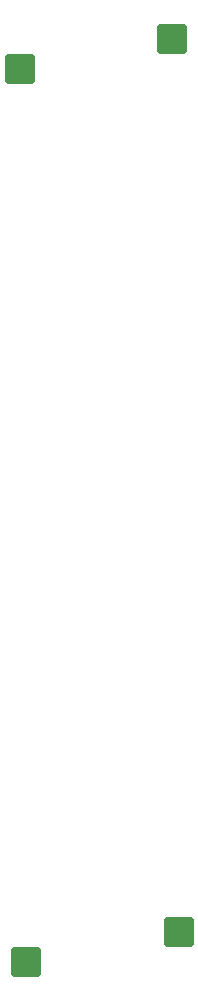
<source format=gbr>
%TF.GenerationSoftware,KiCad,Pcbnew,8.0.4*%
%TF.CreationDate,2024-07-29T14:44:41-07:00*%
%TF.ProjectId,3board_c,33626f61-7264-45f6-932e-6b696361645f,rev?*%
%TF.SameCoordinates,Original*%
%TF.FileFunction,Paste,Bot*%
%TF.FilePolarity,Positive*%
%FSLAX46Y46*%
G04 Gerber Fmt 4.6, Leading zero omitted, Abs format (unit mm)*
G04 Created by KiCad (PCBNEW 8.0.4) date 2024-07-29 14:44:41*
%MOMM*%
%LPD*%
G01*
G04 APERTURE LIST*
G04 Aperture macros list*
%AMRoundRect*
0 Rectangle with rounded corners*
0 $1 Rounding radius*
0 $2 $3 $4 $5 $6 $7 $8 $9 X,Y pos of 4 corners*
0 Add a 4 corners polygon primitive as box body*
4,1,4,$2,$3,$4,$5,$6,$7,$8,$9,$2,$3,0*
0 Add four circle primitives for the rounded corners*
1,1,$1+$1,$2,$3*
1,1,$1+$1,$4,$5*
1,1,$1+$1,$6,$7*
1,1,$1+$1,$8,$9*
0 Add four rect primitives between the rounded corners*
20,1,$1+$1,$2,$3,$4,$5,0*
20,1,$1+$1,$4,$5,$6,$7,0*
20,1,$1+$1,$6,$7,$8,$9,0*
20,1,$1+$1,$8,$9,$2,$3,0*%
G04 Aperture macros list end*
%ADD10RoundRect,0.250000X-1.025000X-1.000000X1.025000X-1.000000X1.025000X1.000000X-1.025000X1.000000X0*%
G04 APERTURE END LIST*
D10*
%TO.C,SW12_THROW*%
X140830906Y-27314124D03*
X153757906Y-24774124D03*
%TD*%
%TO.C,SW16_SPACE*%
X141355000Y-102970000D03*
X154282000Y-100430000D03*
%TD*%
M02*

</source>
